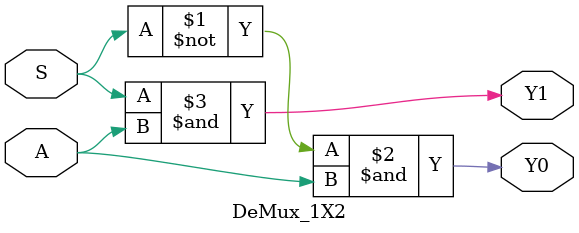
<source format=v>
`timescale 10ns / 1ps

module DeMux_1X2(
    input A,
    input S,
    output  Y0, Y1
    );
    
    assign Y0 = ~S&A,
           Y1 = S&A;  
endmodule

</source>
